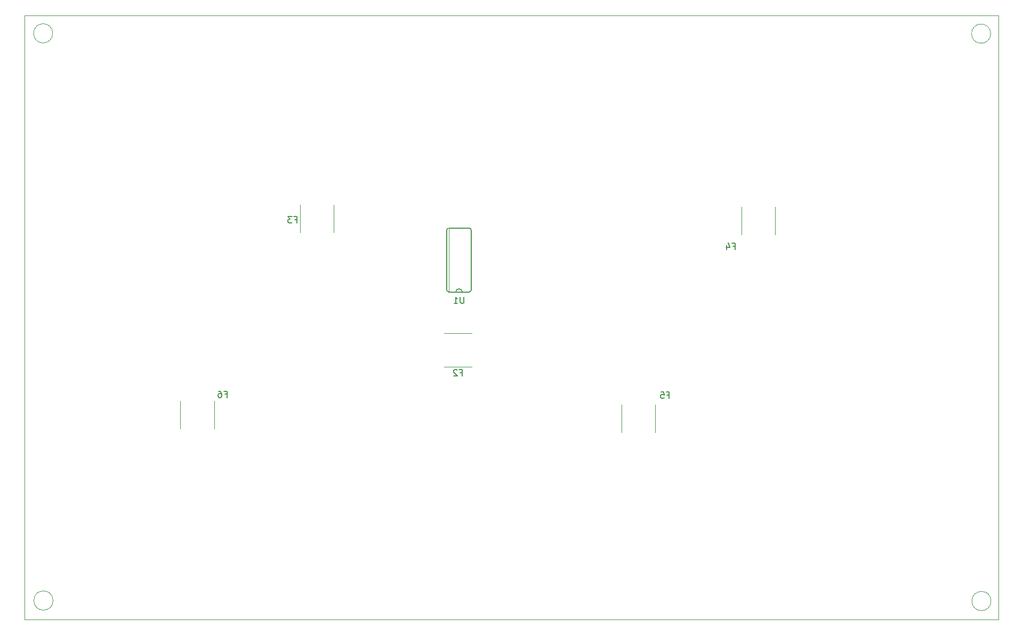
<source format=gbr>
%TF.GenerationSoftware,KiCad,Pcbnew,6.0.2+dfsg-1*%
%TF.CreationDate,2023-04-29T01:12:17-04:00*%
%TF.ProjectId,BFUSB_HUB,42465553-425f-4485-9542-2e6b69636164,rev?*%
%TF.SameCoordinates,Original*%
%TF.FileFunction,Legend,Bot*%
%TF.FilePolarity,Positive*%
%FSLAX46Y46*%
G04 Gerber Fmt 4.6, Leading zero omitted, Abs format (unit mm)*
G04 Created by KiCad (PCBNEW 6.0.2+dfsg-1) date 2023-04-29 01:12:17*
%MOMM*%
%LPD*%
G01*
G04 APERTURE LIST*
%TA.AperFunction,Profile*%
%ADD10C,0.100000*%
%TD*%
%ADD11C,0.150000*%
%ADD12C,0.120000*%
%ADD13C,0.152400*%
%ADD14C,0.050800*%
G04 APERTURE END LIST*
D10*
X71170000Y-15400000D02*
X225860000Y-15400000D01*
X225860000Y-15400000D02*
X225860000Y-111370000D01*
X225860000Y-111370000D02*
X71170000Y-111370000D01*
X71170000Y-111370000D02*
X71170000Y-15400000D01*
X224595691Y-18325000D02*
G75*
G03*
X224595691Y-18325000I-1520691J0D01*
G01*
X224648975Y-108425000D02*
G75*
G03*
X224648975Y-108425000I-1523975J0D01*
G01*
X75676843Y-108350000D02*
G75*
G03*
X75676843Y-108350000I-1526843J0D01*
G01*
X75620691Y-18275000D02*
G75*
G03*
X75620691Y-18275000I-1520691J0D01*
G01*
D11*
%TO.C,F4*%
X183643333Y-52058571D02*
X183976666Y-52058571D01*
X183976666Y-52582380D02*
X183976666Y-51582380D01*
X183500476Y-51582380D01*
X182690952Y-51915714D02*
X182690952Y-52582380D01*
X182929047Y-51534761D02*
X183167142Y-52249047D01*
X182548095Y-52249047D01*
%TO.C,F2*%
X140308333Y-72158571D02*
X140641666Y-72158571D01*
X140641666Y-72682380D02*
X140641666Y-71682380D01*
X140165476Y-71682380D01*
X139832142Y-71777619D02*
X139784523Y-71730000D01*
X139689285Y-71682380D01*
X139451190Y-71682380D01*
X139355952Y-71730000D01*
X139308333Y-71777619D01*
X139260714Y-71872857D01*
X139260714Y-71968095D01*
X139308333Y-72110952D01*
X139879761Y-72682380D01*
X139260714Y-72682380D01*
%TO.C,F3*%
X114053333Y-47868571D02*
X114386666Y-47868571D01*
X114386666Y-48392380D02*
X114386666Y-47392380D01*
X113910476Y-47392380D01*
X113624761Y-47392380D02*
X113005714Y-47392380D01*
X113339047Y-47773333D01*
X113196190Y-47773333D01*
X113100952Y-47820952D01*
X113053333Y-47868571D01*
X113005714Y-47963809D01*
X113005714Y-48201904D01*
X113053333Y-48297142D01*
X113100952Y-48344761D01*
X113196190Y-48392380D01*
X113481904Y-48392380D01*
X113577142Y-48344761D01*
X113624761Y-48297142D01*
%TO.C,F6*%
X102943333Y-75588571D02*
X103276666Y-75588571D01*
X103276666Y-76112380D02*
X103276666Y-75112380D01*
X102800476Y-75112380D01*
X101990952Y-75112380D02*
X102181428Y-75112380D01*
X102276666Y-75160000D01*
X102324285Y-75207619D01*
X102419523Y-75350476D01*
X102467142Y-75540952D01*
X102467142Y-75921904D01*
X102419523Y-76017142D01*
X102371904Y-76064761D01*
X102276666Y-76112380D01*
X102086190Y-76112380D01*
X101990952Y-76064761D01*
X101943333Y-76017142D01*
X101895714Y-75921904D01*
X101895714Y-75683809D01*
X101943333Y-75588571D01*
X101990952Y-75540952D01*
X102086190Y-75493333D01*
X102276666Y-75493333D01*
X102371904Y-75540952D01*
X102419523Y-75588571D01*
X102467142Y-75683809D01*
%TO.C,F5*%
X173203333Y-75708571D02*
X173536666Y-75708571D01*
X173536666Y-76232380D02*
X173536666Y-75232380D01*
X173060476Y-75232380D01*
X172203333Y-75232380D02*
X172679523Y-75232380D01*
X172727142Y-75708571D01*
X172679523Y-75660952D01*
X172584285Y-75613333D01*
X172346190Y-75613333D01*
X172250952Y-75660952D01*
X172203333Y-75708571D01*
X172155714Y-75803809D01*
X172155714Y-76041904D01*
X172203333Y-76137142D01*
X172250952Y-76184761D01*
X172346190Y-76232380D01*
X172584285Y-76232380D01*
X172679523Y-76184761D01*
X172727142Y-76137142D01*
%TO.C,U1*%
X140921904Y-60132380D02*
X140921904Y-60941904D01*
X140874285Y-61037142D01*
X140826666Y-61084761D01*
X140731428Y-61132380D01*
X140540952Y-61132380D01*
X140445714Y-61084761D01*
X140398095Y-61037142D01*
X140350476Y-60941904D01*
X140350476Y-60132380D01*
X139350476Y-61132380D02*
X139921904Y-61132380D01*
X139636190Y-61132380D02*
X139636190Y-60132380D01*
X139731428Y-60275238D01*
X139826666Y-60370476D01*
X139921904Y-60418095D01*
D12*
%TO.C,F4*%
X190395000Y-45846248D02*
X190395000Y-50253752D01*
X185055000Y-45846248D02*
X185055000Y-50253752D01*
%TO.C,F2*%
X137771248Y-65880000D02*
X142178752Y-65880000D01*
X137771248Y-71220000D02*
X142178752Y-71220000D01*
%TO.C,F3*%
X114905000Y-45521248D02*
X114905000Y-49928752D01*
X120245000Y-45521248D02*
X120245000Y-49928752D01*
%TO.C,F6*%
X95905000Y-81028752D02*
X95905000Y-76621248D01*
X101245000Y-81028752D02*
X101245000Y-76621248D01*
%TO.C,F5*%
X166005000Y-81678752D02*
X166005000Y-77271248D01*
X171345000Y-81678752D02*
X171345000Y-77271248D01*
D13*
%TO.C,U1*%
X140658000Y-59355000D02*
X139642000Y-59355000D01*
X141724800Y-59355000D02*
X140658000Y-59355000D01*
X138575200Y-49195000D02*
X141724800Y-49195000D01*
D14*
X138549800Y-59355000D02*
X138549800Y-49195000D01*
D13*
X139642000Y-59355000D02*
X138575200Y-59355000D01*
X142105800Y-49576000D02*
X142105800Y-58974000D01*
X138194200Y-58974000D02*
X138194200Y-49576000D01*
X142105800Y-49576000D02*
G75*
G03*
X141724800Y-49195000I-380999J1D01*
G01*
X138194200Y-58974000D02*
G75*
G03*
X138575200Y-59355000I380999J-1D01*
G01*
X141724800Y-59355000D02*
G75*
G03*
X142105800Y-58974000I1J380999D01*
G01*
X140658000Y-59355000D02*
G75*
G03*
X139642000Y-59355000I-508000J0D01*
G01*
X138575200Y-49195000D02*
G75*
G03*
X138194200Y-49576000I-1J-380999D01*
G01*
%TD*%
M02*

</source>
